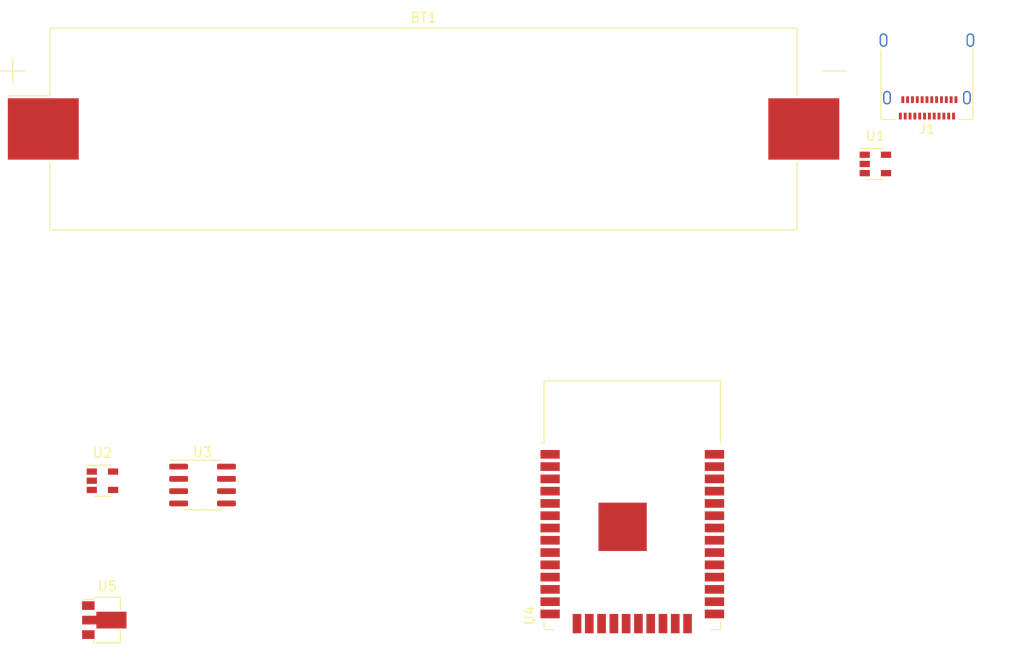
<source format=kicad_pcb>
(kicad_pcb (version 20171130) (host pcbnew 5.1.10-88a1d61d58~90~ubuntu20.04.1)

  (general
    (thickness 1.6)
    (drawings 0)
    (tracks 0)
    (zones 0)
    (modules 7)
    (nets 68)
  )

  (page A4)
  (layers
    (0 F.Cu signal)
    (31 B.Cu signal)
    (32 B.Adhes user)
    (33 F.Adhes user)
    (34 B.Paste user)
    (35 F.Paste user)
    (36 B.SilkS user)
    (37 F.SilkS user)
    (38 B.Mask user)
    (39 F.Mask user)
    (40 Dwgs.User user)
    (41 Cmts.User user)
    (42 Eco1.User user)
    (43 Eco2.User user)
    (44 Edge.Cuts user)
    (45 Margin user)
    (46 B.CrtYd user)
    (47 F.CrtYd user)
    (48 B.Fab user)
    (49 F.Fab user)
  )

  (setup
    (last_trace_width 0.25)
    (trace_clearance 0.2)
    (zone_clearance 0.508)
    (zone_45_only no)
    (trace_min 0.2)
    (via_size 0.8)
    (via_drill 0.4)
    (via_min_size 0.4)
    (via_min_drill 0.3)
    (uvia_size 0.3)
    (uvia_drill 0.1)
    (uvias_allowed no)
    (uvia_min_size 0.2)
    (uvia_min_drill 0.1)
    (edge_width 0.05)
    (segment_width 0.2)
    (pcb_text_width 0.3)
    (pcb_text_size 1.5 1.5)
    (mod_edge_width 0.12)
    (mod_text_size 1 1)
    (mod_text_width 0.15)
    (pad_size 1.524 1.524)
    (pad_drill 0.762)
    (pad_to_mask_clearance 0)
    (aux_axis_origin 0 0)
    (visible_elements FFFFFF7F)
    (pcbplotparams
      (layerselection 0x010fc_ffffffff)
      (usegerberextensions false)
      (usegerberattributes true)
      (usegerberadvancedattributes true)
      (creategerberjobfile true)
      (excludeedgelayer true)
      (linewidth 0.100000)
      (plotframeref false)
      (viasonmask false)
      (mode 1)
      (useauxorigin false)
      (hpglpennumber 1)
      (hpglpenspeed 20)
      (hpglpendiameter 15.000000)
      (psnegative false)
      (psa4output false)
      (plotreference true)
      (plotvalue true)
      (plotinvisibletext false)
      (padsonsilk false)
      (subtractmaskfromsilk false)
      (outputformat 1)
      (mirror false)
      (drillshape 1)
      (scaleselection 1)
      (outputdirectory ""))
  )

  (net 0 "")
  (net 1 "Net-(BT1-Pad2)")
  (net 2 "Net-(BT1-Pad1)")
  (net 3 "Net-(J1-PadA1)")
  (net 4 "Net-(J1-PadA4)")
  (net 5 "Net-(J1-PadB8)")
  (net 6 "Net-(J1-PadB7)")
  (net 7 "Net-(J1-PadB6)")
  (net 8 "Net-(J1-PadB5)")
  (net 9 "Net-(J1-PadS1)")
  (net 10 "Net-(J1-PadA8)")
  (net 11 "Net-(J1-PadA7)")
  (net 12 "Net-(J1-PadA6)")
  (net 13 "Net-(J1-PadA5)")
  (net 14 "Net-(U1-Pad5)")
  (net 15 "Net-(U1-Pad4)")
  (net 16 "Net-(U1-Pad3)")
  (net 17 "Net-(U1-Pad2)")
  (net 18 "Net-(U1-Pad1)")
  (net 19 "Net-(U2-Pad5)")
  (net 20 "Net-(U2-Pad4)")
  (net 21 "Net-(U2-Pad3)")
  (net 22 "Net-(U2-Pad2)")
  (net 23 "Net-(U2-Pad1)")
  (net 24 "Net-(U4-Pad1)")
  (net 25 "Net-(U4-Pad37)")
  (net 26 "Net-(U4-Pad36)")
  (net 27 "Net-(U4-Pad35)")
  (net 28 "Net-(U4-Pad34)")
  (net 29 "Net-(U4-Pad33)")
  (net 30 "Net-(U4-Pad32)")
  (net 31 "Net-(U4-Pad31)")
  (net 32 "Net-(U4-Pad30)")
  (net 33 "Net-(U4-Pad29)")
  (net 34 "Net-(U4-Pad28)")
  (net 35 "Net-(U4-Pad27)")
  (net 36 "Net-(U4-Pad26)")
  (net 37 "Net-(U4-Pad25)")
  (net 38 "Net-(U4-Pad24)")
  (net 39 "Net-(U4-Pad23)")
  (net 40 "Net-(U4-Pad22)")
  (net 41 "Net-(U4-Pad21)")
  (net 42 "Net-(U4-Pad20)")
  (net 43 "Net-(U4-Pad19)")
  (net 44 "Net-(U4-Pad18)")
  (net 45 "Net-(U4-Pad17)")
  (net 46 "Net-(U4-Pad16)")
  (net 47 "Net-(U4-Pad14)")
  (net 48 "Net-(U4-Pad13)")
  (net 49 "Net-(U4-Pad12)")
  (net 50 "Net-(U4-Pad11)")
  (net 51 "Net-(U4-Pad10)")
  (net 52 "Net-(U4-Pad9)")
  (net 53 "Net-(U4-Pad8)")
  (net 54 "Net-(U4-Pad7)")
  (net 55 "Net-(U4-Pad6)")
  (net 56 "Net-(U4-Pad5)")
  (net 57 "Net-(U4-Pad4)")
  (net 58 "Net-(U4-Pad3)")
  (net 59 "Net-(U4-Pad2)")
  (net 60 "Net-(U3-Pad8)")
  (net 61 "Net-(U3-Pad2)")
  (net 62 "Net-(U3-Pad5)")
  (net 63 "Net-(U3-Pad4)")
  (net 64 "Net-(U3-Pad1)")
  (net 65 "Net-(U5-Pad2)")
  (net 66 "Net-(U5-Pad3)")
  (net 67 "Net-(U5-Pad1)")

  (net_class Default "This is the default net class."
    (clearance 0.2)
    (trace_width 0.25)
    (via_dia 0.8)
    (via_drill 0.4)
    (uvia_dia 0.3)
    (uvia_drill 0.1)
    (add_net "Net-(BT1-Pad1)")
    (add_net "Net-(BT1-Pad2)")
    (add_net "Net-(J1-PadA1)")
    (add_net "Net-(J1-PadA4)")
    (add_net "Net-(J1-PadA5)")
    (add_net "Net-(J1-PadA6)")
    (add_net "Net-(J1-PadA7)")
    (add_net "Net-(J1-PadA8)")
    (add_net "Net-(J1-PadB5)")
    (add_net "Net-(J1-PadB6)")
    (add_net "Net-(J1-PadB7)")
    (add_net "Net-(J1-PadB8)")
    (add_net "Net-(J1-PadS1)")
    (add_net "Net-(U1-Pad1)")
    (add_net "Net-(U1-Pad2)")
    (add_net "Net-(U1-Pad3)")
    (add_net "Net-(U1-Pad4)")
    (add_net "Net-(U1-Pad5)")
    (add_net "Net-(U2-Pad1)")
    (add_net "Net-(U2-Pad2)")
    (add_net "Net-(U2-Pad3)")
    (add_net "Net-(U2-Pad4)")
    (add_net "Net-(U2-Pad5)")
    (add_net "Net-(U3-Pad1)")
    (add_net "Net-(U3-Pad2)")
    (add_net "Net-(U3-Pad4)")
    (add_net "Net-(U3-Pad5)")
    (add_net "Net-(U3-Pad8)")
    (add_net "Net-(U4-Pad1)")
    (add_net "Net-(U4-Pad10)")
    (add_net "Net-(U4-Pad11)")
    (add_net "Net-(U4-Pad12)")
    (add_net "Net-(U4-Pad13)")
    (add_net "Net-(U4-Pad14)")
    (add_net "Net-(U4-Pad16)")
    (add_net "Net-(U4-Pad17)")
    (add_net "Net-(U4-Pad18)")
    (add_net "Net-(U4-Pad19)")
    (add_net "Net-(U4-Pad2)")
    (add_net "Net-(U4-Pad20)")
    (add_net "Net-(U4-Pad21)")
    (add_net "Net-(U4-Pad22)")
    (add_net "Net-(U4-Pad23)")
    (add_net "Net-(U4-Pad24)")
    (add_net "Net-(U4-Pad25)")
    (add_net "Net-(U4-Pad26)")
    (add_net "Net-(U4-Pad27)")
    (add_net "Net-(U4-Pad28)")
    (add_net "Net-(U4-Pad29)")
    (add_net "Net-(U4-Pad3)")
    (add_net "Net-(U4-Pad30)")
    (add_net "Net-(U4-Pad31)")
    (add_net "Net-(U4-Pad32)")
    (add_net "Net-(U4-Pad33)")
    (add_net "Net-(U4-Pad34)")
    (add_net "Net-(U4-Pad35)")
    (add_net "Net-(U4-Pad36)")
    (add_net "Net-(U4-Pad37)")
    (add_net "Net-(U4-Pad4)")
    (add_net "Net-(U4-Pad5)")
    (add_net "Net-(U4-Pad6)")
    (add_net "Net-(U4-Pad7)")
    (add_net "Net-(U4-Pad8)")
    (add_net "Net-(U4-Pad9)")
    (add_net "Net-(U5-Pad1)")
    (add_net "Net-(U5-Pad2)")
    (add_net "Net-(U5-Pad3)")
  )

  (module Package_TO_SOT_SMD:SOT-89-3 (layer F.Cu) (tedit 5C33D6E8) (tstamp 60ED79FD)
    (at 128.27 168.91)
    (descr "SOT-89-3, http://ww1.microchip.com/downloads/en/DeviceDoc/3L_SOT-89_MB_C04-029C.pdf")
    (tags SOT-89-3)
    (path /60ED8803)
    (attr smd)
    (fp_text reference U5 (at 0.3 -3.5) (layer F.SilkS)
      (effects (font (size 1 1) (thickness 0.15)))
    )
    (fp_text value L78L05_SOT89 (at 0.3 3.5) (layer F.Fab)
      (effects (font (size 1 1) (thickness 0.15)))
    )
    (fp_text user %R (at 0.5 0 90) (layer F.Fab)
      (effects (font (size 1 1) (thickness 0.15)))
    )
    (fp_line (start 1.66 1.05) (end 1.66 2.36) (layer F.SilkS) (width 0.12))
    (fp_line (start 1.66 2.36) (end -1.06 2.36) (layer F.SilkS) (width 0.12))
    (fp_line (start -2.2 -2.13) (end -1.06 -2.13) (layer F.SilkS) (width 0.12))
    (fp_line (start 1.66 -2.36) (end 1.66 -1.05) (layer F.SilkS) (width 0.12))
    (fp_line (start -0.95 -1.25) (end 0.05 -2.25) (layer F.Fab) (width 0.1))
    (fp_line (start 1.55 -2.25) (end 1.55 2.25) (layer F.Fab) (width 0.1))
    (fp_line (start 1.55 2.25) (end -0.95 2.25) (layer F.Fab) (width 0.1))
    (fp_line (start -0.95 2.25) (end -0.95 -1.25) (layer F.Fab) (width 0.1))
    (fp_line (start 0.05 -2.25) (end 1.55 -2.25) (layer F.Fab) (width 0.1))
    (fp_line (start 2.55 -2.5) (end 2.55 2.5) (layer F.CrtYd) (width 0.05))
    (fp_line (start 2.55 -2.5) (end -2.55 -2.5) (layer F.CrtYd) (width 0.05))
    (fp_line (start -2.55 2.5) (end 2.55 2.5) (layer F.CrtYd) (width 0.05))
    (fp_line (start -2.55 2.5) (end -2.55 -2.5) (layer F.CrtYd) (width 0.05))
    (fp_line (start -1.06 -2.36) (end 1.66 -2.36) (layer F.SilkS) (width 0.12))
    (fp_line (start -1.06 -2.36) (end -1.06 -2.13) (layer F.SilkS) (width 0.12))
    (fp_line (start -1.06 2.36) (end -1.06 2.13) (layer F.SilkS) (width 0.12))
    (pad 2 smd custom (at -1.5625 0) (size 1.475 0.9) (layers F.Cu F.Paste F.Mask)
      (net 65 "Net-(U5-Pad2)") (zone_connect 2)
      (options (clearance outline) (anchor rect))
      (primitives
        (gr_poly (pts
           (xy 0.7375 -0.8665) (xy 3.8625 -0.8665) (xy 3.8625 0.8665) (xy 0.7375 0.8665)) (width 0))
      ))
    (pad 3 smd rect (at -1.65 1.5) (size 1.3 0.9) (layers F.Cu F.Paste F.Mask)
      (net 66 "Net-(U5-Pad3)"))
    (pad 1 smd rect (at -1.65 -1.5) (size 1.3 0.9) (layers F.Cu F.Paste F.Mask)
      (net 67 "Net-(U5-Pad1)"))
    (model ${KISYS3DMOD}/Package_TO_SOT_SMD.3dshapes/SOT-89-3.wrl
      (at (xyz 0 0 0))
      (scale (xyz 1 1 1))
      (rotate (xyz 0 0 0))
    )
  )

  (module Package_SO:SOIC-8_3.9x4.9mm_P1.27mm (layer F.Cu) (tedit 5D9F72B1) (tstamp 60ED7398)
    (at 138.43 154.94)
    (descr "SOIC, 8 Pin (JEDEC MS-012AA, https://www.analog.com/media/en/package-pcb-resources/package/pkg_pdf/soic_narrow-r/r_8.pdf), generated with kicad-footprint-generator ipc_gullwing_generator.py")
    (tags "SOIC SO")
    (path /60ED6AA2)
    (attr smd)
    (fp_text reference U3 (at 0 -3.4) (layer F.SilkS)
      (effects (font (size 1 1) (thickness 0.15)))
    )
    (fp_text value L78L05_SO8 (at 0 3.4) (layer F.Fab)
      (effects (font (size 1 1) (thickness 0.15)))
    )
    (fp_text user %R (at 0 0) (layer F.Fab)
      (effects (font (size 0.98 0.98) (thickness 0.15)))
    )
    (fp_line (start 0 2.56) (end 1.95 2.56) (layer F.SilkS) (width 0.12))
    (fp_line (start 0 2.56) (end -1.95 2.56) (layer F.SilkS) (width 0.12))
    (fp_line (start 0 -2.56) (end 1.95 -2.56) (layer F.SilkS) (width 0.12))
    (fp_line (start 0 -2.56) (end -3.45 -2.56) (layer F.SilkS) (width 0.12))
    (fp_line (start -0.975 -2.45) (end 1.95 -2.45) (layer F.Fab) (width 0.1))
    (fp_line (start 1.95 -2.45) (end 1.95 2.45) (layer F.Fab) (width 0.1))
    (fp_line (start 1.95 2.45) (end -1.95 2.45) (layer F.Fab) (width 0.1))
    (fp_line (start -1.95 2.45) (end -1.95 -1.475) (layer F.Fab) (width 0.1))
    (fp_line (start -1.95 -1.475) (end -0.975 -2.45) (layer F.Fab) (width 0.1))
    (fp_line (start -3.7 -2.7) (end -3.7 2.7) (layer F.CrtYd) (width 0.05))
    (fp_line (start -3.7 2.7) (end 3.7 2.7) (layer F.CrtYd) (width 0.05))
    (fp_line (start 3.7 2.7) (end 3.7 -2.7) (layer F.CrtYd) (width 0.05))
    (fp_line (start 3.7 -2.7) (end -3.7 -2.7) (layer F.CrtYd) (width 0.05))
    (pad 8 smd roundrect (at 2.475 -1.905) (size 1.95 0.6) (layers F.Cu F.Paste F.Mask) (roundrect_rratio 0.25)
      (net 60 "Net-(U3-Pad8)"))
    (pad 7 smd roundrect (at 2.475 -0.635) (size 1.95 0.6) (layers F.Cu F.Paste F.Mask) (roundrect_rratio 0.25)
      (net 61 "Net-(U3-Pad2)"))
    (pad 6 smd roundrect (at 2.475 0.635) (size 1.95 0.6) (layers F.Cu F.Paste F.Mask) (roundrect_rratio 0.25)
      (net 61 "Net-(U3-Pad2)"))
    (pad 5 smd roundrect (at 2.475 1.905) (size 1.95 0.6) (layers F.Cu F.Paste F.Mask) (roundrect_rratio 0.25)
      (net 62 "Net-(U3-Pad5)"))
    (pad 4 smd roundrect (at -2.475 1.905) (size 1.95 0.6) (layers F.Cu F.Paste F.Mask) (roundrect_rratio 0.25)
      (net 63 "Net-(U3-Pad4)"))
    (pad 3 smd roundrect (at -2.475 0.635) (size 1.95 0.6) (layers F.Cu F.Paste F.Mask) (roundrect_rratio 0.25)
      (net 61 "Net-(U3-Pad2)"))
    (pad 2 smd roundrect (at -2.475 -0.635) (size 1.95 0.6) (layers F.Cu F.Paste F.Mask) (roundrect_rratio 0.25)
      (net 61 "Net-(U3-Pad2)"))
    (pad 1 smd roundrect (at -2.475 -1.905) (size 1.95 0.6) (layers F.Cu F.Paste F.Mask) (roundrect_rratio 0.25)
      (net 64 "Net-(U3-Pad1)"))
    (model ${KISYS3DMOD}/Package_SO.3dshapes/SOIC-8_3.9x4.9mm_P1.27mm.wrl
      (at (xyz 0 0 0))
      (scale (xyz 1 1 1))
      (rotate (xyz 0 0 0))
    )
  )

  (module RF_Module:ESP32-WROOM-32 (layer F.Cu) (tedit 5B5B4654) (tstamp 60ED5DDE)
    (at 182.88 160.02)
    (descr "Single 2.4 GHz Wi-Fi and Bluetooth combo chip https://www.espressif.com/sites/default/files/documentation/esp32-wroom-32_datasheet_en.pdf")
    (tags "Single 2.4 GHz Wi-Fi and Bluetooth combo  chip")
    (path /60ED08A3)
    (attr smd)
    (fp_text reference U4 (at -10.61 8.43 90) (layer F.SilkS)
      (effects (font (size 1 1) (thickness 0.15)))
    )
    (fp_text value ESP32-WROOM-32 (at 0 11.5) (layer F.Fab)
      (effects (font (size 1 1) (thickness 0.15)))
    )
    (fp_text user "5 mm" (at 7.8 -19.075 90) (layer Cmts.User)
      (effects (font (size 0.5 0.5) (thickness 0.1)))
    )
    (fp_text user "5 mm" (at -11.2 -14.375) (layer Cmts.User)
      (effects (font (size 0.5 0.5) (thickness 0.1)))
    )
    (fp_text user "5 mm" (at 11.8 -14.375) (layer Cmts.User)
      (effects (font (size 0.5 0.5) (thickness 0.1)))
    )
    (fp_text user Antenna (at 0 -13) (layer Cmts.User)
      (effects (font (size 1 1) (thickness 0.15)))
    )
    (fp_text user "KEEP-OUT ZONE" (at 0 -19) (layer Cmts.User)
      (effects (font (size 1 1) (thickness 0.15)))
    )
    (fp_text user %R (at 0 0) (layer F.Fab)
      (effects (font (size 1 1) (thickness 0.15)))
    )
    (fp_line (start -14 -9.97) (end -14 -20.75) (layer Dwgs.User) (width 0.1))
    (fp_line (start 9 9.76) (end 9 -15.745) (layer F.Fab) (width 0.1))
    (fp_line (start -9 9.76) (end 9 9.76) (layer F.Fab) (width 0.1))
    (fp_line (start -9 -15.745) (end -9 -10.02) (layer F.Fab) (width 0.1))
    (fp_line (start -9 -15.745) (end 9 -15.745) (layer F.Fab) (width 0.1))
    (fp_line (start -9.75 10.5) (end -9.75 -9.72) (layer F.CrtYd) (width 0.05))
    (fp_line (start -9.75 10.5) (end 9.75 10.5) (layer F.CrtYd) (width 0.05))
    (fp_line (start 9.75 -9.72) (end 9.75 10.5) (layer F.CrtYd) (width 0.05))
    (fp_line (start -14.25 -21) (end 14.25 -21) (layer F.CrtYd) (width 0.05))
    (fp_line (start -9 -9.02) (end -9 9.76) (layer F.Fab) (width 0.1))
    (fp_line (start -8.5 -9.52) (end -9 -10.02) (layer F.Fab) (width 0.1))
    (fp_line (start -9 -9.02) (end -8.5 -9.52) (layer F.Fab) (width 0.1))
    (fp_line (start 14 -9.97) (end -14 -9.97) (layer Dwgs.User) (width 0.1))
    (fp_line (start 14 -9.97) (end 14 -20.75) (layer Dwgs.User) (width 0.1))
    (fp_line (start 14 -20.75) (end -14 -20.75) (layer Dwgs.User) (width 0.1))
    (fp_line (start -14.25 -21) (end -14.25 -9.72) (layer F.CrtYd) (width 0.05))
    (fp_line (start 14.25 -21) (end 14.25 -9.72) (layer F.CrtYd) (width 0.05))
    (fp_line (start -14.25 -9.72) (end -9.75 -9.72) (layer F.CrtYd) (width 0.05))
    (fp_line (start 9.75 -9.72) (end 14.25 -9.72) (layer F.CrtYd) (width 0.05))
    (fp_line (start -12.525 -20.75) (end -14 -19.66) (layer Dwgs.User) (width 0.1))
    (fp_line (start -10.525 -20.75) (end -14 -18.045) (layer Dwgs.User) (width 0.1))
    (fp_line (start -8.525 -20.75) (end -14 -16.43) (layer Dwgs.User) (width 0.1))
    (fp_line (start -6.525 -20.75) (end -14 -14.815) (layer Dwgs.User) (width 0.1))
    (fp_line (start -4.525 -20.75) (end -14 -13.2) (layer Dwgs.User) (width 0.1))
    (fp_line (start -2.525 -20.75) (end -14 -11.585) (layer Dwgs.User) (width 0.1))
    (fp_line (start -0.525 -20.75) (end -14 -9.97) (layer Dwgs.User) (width 0.1))
    (fp_line (start 1.475 -20.75) (end -12 -9.97) (layer Dwgs.User) (width 0.1))
    (fp_line (start 3.475 -20.75) (end -10 -9.97) (layer Dwgs.User) (width 0.1))
    (fp_line (start -8 -9.97) (end 5.475 -20.75) (layer Dwgs.User) (width 0.1))
    (fp_line (start 7.475 -20.75) (end -6 -9.97) (layer Dwgs.User) (width 0.1))
    (fp_line (start 9.475 -20.75) (end -4 -9.97) (layer Dwgs.User) (width 0.1))
    (fp_line (start 11.475 -20.75) (end -2 -9.97) (layer Dwgs.User) (width 0.1))
    (fp_line (start 13.475 -20.75) (end 0 -9.97) (layer Dwgs.User) (width 0.1))
    (fp_line (start 14 -19.66) (end 2 -9.97) (layer Dwgs.User) (width 0.1))
    (fp_line (start 14 -18.045) (end 4 -9.97) (layer Dwgs.User) (width 0.1))
    (fp_line (start 14 -16.43) (end 6 -9.97) (layer Dwgs.User) (width 0.1))
    (fp_line (start 14 -14.815) (end 8 -9.97) (layer Dwgs.User) (width 0.1))
    (fp_line (start 14 -13.2) (end 10 -9.97) (layer Dwgs.User) (width 0.1))
    (fp_line (start 14 -11.585) (end 12 -9.97) (layer Dwgs.User) (width 0.1))
    (fp_line (start 9.2 -13.875) (end 13.8 -13.875) (layer Cmts.User) (width 0.1))
    (fp_line (start 13.8 -13.875) (end 13.6 -14.075) (layer Cmts.User) (width 0.1))
    (fp_line (start 13.8 -13.875) (end 13.6 -13.675) (layer Cmts.User) (width 0.1))
    (fp_line (start 9.2 -13.875) (end 9.4 -14.075) (layer Cmts.User) (width 0.1))
    (fp_line (start 9.2 -13.875) (end 9.4 -13.675) (layer Cmts.User) (width 0.1))
    (fp_line (start -13.8 -13.875) (end -13.6 -14.075) (layer Cmts.User) (width 0.1))
    (fp_line (start -13.8 -13.875) (end -13.6 -13.675) (layer Cmts.User) (width 0.1))
    (fp_line (start -9.2 -13.875) (end -9.4 -13.675) (layer Cmts.User) (width 0.1))
    (fp_line (start -13.8 -13.875) (end -9.2 -13.875) (layer Cmts.User) (width 0.1))
    (fp_line (start -9.2 -13.875) (end -9.4 -14.075) (layer Cmts.User) (width 0.1))
    (fp_line (start 8.4 -16) (end 8.2 -16.2) (layer Cmts.User) (width 0.1))
    (fp_line (start 8.4 -16) (end 8.6 -16.2) (layer Cmts.User) (width 0.1))
    (fp_line (start 8.4 -20.6) (end 8.6 -20.4) (layer Cmts.User) (width 0.1))
    (fp_line (start 8.4 -16) (end 8.4 -20.6) (layer Cmts.User) (width 0.1))
    (fp_line (start 8.4 -20.6) (end 8.2 -20.4) (layer Cmts.User) (width 0.1))
    (fp_line (start -9.12 9.1) (end -9.12 9.88) (layer F.SilkS) (width 0.12))
    (fp_line (start -9.12 9.88) (end -8.12 9.88) (layer F.SilkS) (width 0.12))
    (fp_line (start 9.12 9.1) (end 9.12 9.88) (layer F.SilkS) (width 0.12))
    (fp_line (start 9.12 9.88) (end 8.12 9.88) (layer F.SilkS) (width 0.12))
    (fp_line (start -9.12 -15.865) (end 9.12 -15.865) (layer F.SilkS) (width 0.12))
    (fp_line (start 9.12 -15.865) (end 9.12 -9.445) (layer F.SilkS) (width 0.12))
    (fp_line (start -9.12 -15.865) (end -9.12 -9.445) (layer F.SilkS) (width 0.12))
    (fp_line (start -9.12 -9.445) (end -9.5 -9.445) (layer F.SilkS) (width 0.12))
    (pad 38 smd rect (at 8.5 -8.255) (size 2 0.9) (layers F.Cu F.Paste F.Mask)
      (net 24 "Net-(U4-Pad1)"))
    (pad 37 smd rect (at 8.5 -6.985) (size 2 0.9) (layers F.Cu F.Paste F.Mask)
      (net 25 "Net-(U4-Pad37)"))
    (pad 36 smd rect (at 8.5 -5.715) (size 2 0.9) (layers F.Cu F.Paste F.Mask)
      (net 26 "Net-(U4-Pad36)"))
    (pad 35 smd rect (at 8.5 -4.445) (size 2 0.9) (layers F.Cu F.Paste F.Mask)
      (net 27 "Net-(U4-Pad35)"))
    (pad 34 smd rect (at 8.5 -3.175) (size 2 0.9) (layers F.Cu F.Paste F.Mask)
      (net 28 "Net-(U4-Pad34)"))
    (pad 33 smd rect (at 8.5 -1.905) (size 2 0.9) (layers F.Cu F.Paste F.Mask)
      (net 29 "Net-(U4-Pad33)"))
    (pad 32 smd rect (at 8.5 -0.635) (size 2 0.9) (layers F.Cu F.Paste F.Mask)
      (net 30 "Net-(U4-Pad32)"))
    (pad 31 smd rect (at 8.5 0.635) (size 2 0.9) (layers F.Cu F.Paste F.Mask)
      (net 31 "Net-(U4-Pad31)"))
    (pad 30 smd rect (at 8.5 1.905) (size 2 0.9) (layers F.Cu F.Paste F.Mask)
      (net 32 "Net-(U4-Pad30)"))
    (pad 29 smd rect (at 8.5 3.175) (size 2 0.9) (layers F.Cu F.Paste F.Mask)
      (net 33 "Net-(U4-Pad29)"))
    (pad 28 smd rect (at 8.5 4.445) (size 2 0.9) (layers F.Cu F.Paste F.Mask)
      (net 34 "Net-(U4-Pad28)"))
    (pad 27 smd rect (at 8.5 5.715) (size 2 0.9) (layers F.Cu F.Paste F.Mask)
      (net 35 "Net-(U4-Pad27)"))
    (pad 26 smd rect (at 8.5 6.985) (size 2 0.9) (layers F.Cu F.Paste F.Mask)
      (net 36 "Net-(U4-Pad26)"))
    (pad 25 smd rect (at 8.5 8.255) (size 2 0.9) (layers F.Cu F.Paste F.Mask)
      (net 37 "Net-(U4-Pad25)"))
    (pad 24 smd rect (at 5.715 9.255 90) (size 2 0.9) (layers F.Cu F.Paste F.Mask)
      (net 38 "Net-(U4-Pad24)"))
    (pad 23 smd rect (at 4.445 9.255 90) (size 2 0.9) (layers F.Cu F.Paste F.Mask)
      (net 39 "Net-(U4-Pad23)"))
    (pad 22 smd rect (at 3.175 9.255 90) (size 2 0.9) (layers F.Cu F.Paste F.Mask)
      (net 40 "Net-(U4-Pad22)"))
    (pad 21 smd rect (at 1.905 9.255 90) (size 2 0.9) (layers F.Cu F.Paste F.Mask)
      (net 41 "Net-(U4-Pad21)"))
    (pad 20 smd rect (at 0.635 9.255 90) (size 2 0.9) (layers F.Cu F.Paste F.Mask)
      (net 42 "Net-(U4-Pad20)"))
    (pad 19 smd rect (at -0.635 9.255 90) (size 2 0.9) (layers F.Cu F.Paste F.Mask)
      (net 43 "Net-(U4-Pad19)"))
    (pad 18 smd rect (at -1.905 9.255 90) (size 2 0.9) (layers F.Cu F.Paste F.Mask)
      (net 44 "Net-(U4-Pad18)"))
    (pad 17 smd rect (at -3.175 9.255 90) (size 2 0.9) (layers F.Cu F.Paste F.Mask)
      (net 45 "Net-(U4-Pad17)"))
    (pad 16 smd rect (at -4.445 9.255 90) (size 2 0.9) (layers F.Cu F.Paste F.Mask)
      (net 46 "Net-(U4-Pad16)"))
    (pad 15 smd rect (at -5.715 9.255 90) (size 2 0.9) (layers F.Cu F.Paste F.Mask)
      (net 24 "Net-(U4-Pad1)"))
    (pad 14 smd rect (at -8.5 8.255) (size 2 0.9) (layers F.Cu F.Paste F.Mask)
      (net 47 "Net-(U4-Pad14)"))
    (pad 13 smd rect (at -8.5 6.985) (size 2 0.9) (layers F.Cu F.Paste F.Mask)
      (net 48 "Net-(U4-Pad13)"))
    (pad 12 smd rect (at -8.5 5.715) (size 2 0.9) (layers F.Cu F.Paste F.Mask)
      (net 49 "Net-(U4-Pad12)"))
    (pad 11 smd rect (at -8.5 4.445) (size 2 0.9) (layers F.Cu F.Paste F.Mask)
      (net 50 "Net-(U4-Pad11)"))
    (pad 10 smd rect (at -8.5 3.175) (size 2 0.9) (layers F.Cu F.Paste F.Mask)
      (net 51 "Net-(U4-Pad10)"))
    (pad 9 smd rect (at -8.5 1.905) (size 2 0.9) (layers F.Cu F.Paste F.Mask)
      (net 52 "Net-(U4-Pad9)"))
    (pad 8 smd rect (at -8.5 0.635) (size 2 0.9) (layers F.Cu F.Paste F.Mask)
      (net 53 "Net-(U4-Pad8)"))
    (pad 7 smd rect (at -8.5 -0.635) (size 2 0.9) (layers F.Cu F.Paste F.Mask)
      (net 54 "Net-(U4-Pad7)"))
    (pad 6 smd rect (at -8.5 -1.905) (size 2 0.9) (layers F.Cu F.Paste F.Mask)
      (net 55 "Net-(U4-Pad6)"))
    (pad 5 smd rect (at -8.5 -3.175) (size 2 0.9) (layers F.Cu F.Paste F.Mask)
      (net 56 "Net-(U4-Pad5)"))
    (pad 4 smd rect (at -8.5 -4.445) (size 2 0.9) (layers F.Cu F.Paste F.Mask)
      (net 57 "Net-(U4-Pad4)"))
    (pad 3 smd rect (at -8.5 -5.715) (size 2 0.9) (layers F.Cu F.Paste F.Mask)
      (net 58 "Net-(U4-Pad3)"))
    (pad 2 smd rect (at -8.5 -6.985) (size 2 0.9) (layers F.Cu F.Paste F.Mask)
      (net 59 "Net-(U4-Pad2)"))
    (pad 1 smd rect (at -8.5 -8.255) (size 2 0.9) (layers F.Cu F.Paste F.Mask)
      (net 24 "Net-(U4-Pad1)"))
    (pad 39 smd rect (at -1 -0.755) (size 5 5) (layers F.Cu F.Paste F.Mask)
      (net 24 "Net-(U4-Pad1)"))
    (model ${KISYS3DMOD}/RF_Module.3dshapes/ESP32-WROOM-32.wrl
      (at (xyz 0 0 0))
      (scale (xyz 1 1 1))
      (rotate (xyz 0 0 0))
    )
  )

  (module Package_TO_SOT_SMD:SOT-23-5 (layer F.Cu) (tedit 5A02FF57) (tstamp 60ED0537)
    (at 128.075 154.5)
    (descr "5-pin SOT23 package")
    (tags SOT-23-5)
    (path /60EDE074)
    (attr smd)
    (fp_text reference U2 (at 0 -2.9) (layer F.SilkS)
      (effects (font (size 1 1) (thickness 0.15)))
    )
    (fp_text value AP2112K-3.3 (at 0 2.9) (layer F.Fab)
      (effects (font (size 1 1) (thickness 0.15)))
    )
    (fp_line (start 0.9 -1.55) (end 0.9 1.55) (layer F.Fab) (width 0.1))
    (fp_line (start 0.9 1.55) (end -0.9 1.55) (layer F.Fab) (width 0.1))
    (fp_line (start -0.9 -0.9) (end -0.9 1.55) (layer F.Fab) (width 0.1))
    (fp_line (start 0.9 -1.55) (end -0.25 -1.55) (layer F.Fab) (width 0.1))
    (fp_line (start -0.9 -0.9) (end -0.25 -1.55) (layer F.Fab) (width 0.1))
    (fp_line (start -1.9 1.8) (end -1.9 -1.8) (layer F.CrtYd) (width 0.05))
    (fp_line (start 1.9 1.8) (end -1.9 1.8) (layer F.CrtYd) (width 0.05))
    (fp_line (start 1.9 -1.8) (end 1.9 1.8) (layer F.CrtYd) (width 0.05))
    (fp_line (start -1.9 -1.8) (end 1.9 -1.8) (layer F.CrtYd) (width 0.05))
    (fp_line (start 0.9 -1.61) (end -1.55 -1.61) (layer F.SilkS) (width 0.12))
    (fp_line (start -0.9 1.61) (end 0.9 1.61) (layer F.SilkS) (width 0.12))
    (fp_text user %R (at 0 0 90) (layer F.Fab)
      (effects (font (size 0.5 0.5) (thickness 0.075)))
    )
    (pad 5 smd rect (at 1.1 -0.95) (size 1.06 0.65) (layers F.Cu F.Paste F.Mask)
      (net 19 "Net-(U2-Pad5)"))
    (pad 4 smd rect (at 1.1 0.95) (size 1.06 0.65) (layers F.Cu F.Paste F.Mask)
      (net 20 "Net-(U2-Pad4)"))
    (pad 3 smd rect (at -1.1 0.95) (size 1.06 0.65) (layers F.Cu F.Paste F.Mask)
      (net 21 "Net-(U2-Pad3)"))
    (pad 2 smd rect (at -1.1 0) (size 1.06 0.65) (layers F.Cu F.Paste F.Mask)
      (net 22 "Net-(U2-Pad2)"))
    (pad 1 smd rect (at -1.1 -0.95) (size 1.06 0.65) (layers F.Cu F.Paste F.Mask)
      (net 23 "Net-(U2-Pad1)"))
    (model ${KISYS3DMOD}/Package_TO_SOT_SMD.3dshapes/SOT-23-5.wrl
      (at (xyz 0 0 0))
      (scale (xyz 1 1 1))
      (rotate (xyz 0 0 0))
    )
  )

  (module Package_TO_SOT_SMD:SOT-23-5 (layer F.Cu) (tedit 5A02FF57) (tstamp 60ED0522)
    (at 208.025 121.73)
    (descr "5-pin SOT23 package")
    (tags SOT-23-5)
    (path /60EDF407)
    (attr smd)
    (fp_text reference U1 (at 0 -2.9) (layer F.SilkS)
      (effects (font (size 1 1) (thickness 0.15)))
    )
    (fp_text value MCP73831-2-OT (at 0 2.9) (layer F.Fab)
      (effects (font (size 1 1) (thickness 0.15)))
    )
    (fp_line (start 0.9 -1.55) (end 0.9 1.55) (layer F.Fab) (width 0.1))
    (fp_line (start 0.9 1.55) (end -0.9 1.55) (layer F.Fab) (width 0.1))
    (fp_line (start -0.9 -0.9) (end -0.9 1.55) (layer F.Fab) (width 0.1))
    (fp_line (start 0.9 -1.55) (end -0.25 -1.55) (layer F.Fab) (width 0.1))
    (fp_line (start -0.9 -0.9) (end -0.25 -1.55) (layer F.Fab) (width 0.1))
    (fp_line (start -1.9 1.8) (end -1.9 -1.8) (layer F.CrtYd) (width 0.05))
    (fp_line (start 1.9 1.8) (end -1.9 1.8) (layer F.CrtYd) (width 0.05))
    (fp_line (start 1.9 -1.8) (end 1.9 1.8) (layer F.CrtYd) (width 0.05))
    (fp_line (start -1.9 -1.8) (end 1.9 -1.8) (layer F.CrtYd) (width 0.05))
    (fp_line (start 0.9 -1.61) (end -1.55 -1.61) (layer F.SilkS) (width 0.12))
    (fp_line (start -0.9 1.61) (end 0.9 1.61) (layer F.SilkS) (width 0.12))
    (fp_text user %R (at 0 0 90) (layer F.Fab)
      (effects (font (size 0.5 0.5) (thickness 0.075)))
    )
    (pad 5 smd rect (at 1.1 -0.95) (size 1.06 0.65) (layers F.Cu F.Paste F.Mask)
      (net 14 "Net-(U1-Pad5)"))
    (pad 4 smd rect (at 1.1 0.95) (size 1.06 0.65) (layers F.Cu F.Paste F.Mask)
      (net 15 "Net-(U1-Pad4)"))
    (pad 3 smd rect (at -1.1 0.95) (size 1.06 0.65) (layers F.Cu F.Paste F.Mask)
      (net 16 "Net-(U1-Pad3)"))
    (pad 2 smd rect (at -1.1 0) (size 1.06 0.65) (layers F.Cu F.Paste F.Mask)
      (net 17 "Net-(U1-Pad2)"))
    (pad 1 smd rect (at -1.1 -0.95) (size 1.06 0.65) (layers F.Cu F.Paste F.Mask)
      (net 18 "Net-(U1-Pad1)"))
    (model ${KISYS3DMOD}/Package_TO_SOT_SMD.3dshapes/SOT-23-5.wrl
      (at (xyz 0 0 0))
      (scale (xyz 1 1 1))
      (rotate (xyz 0 0 0))
    )
  )

  (module Connector_USB:USB_C_Receptacle_Amphenol_12401610E4-2A (layer F.Cu) (tedit 5A142044) (tstamp 60ED050D)
    (at 213.36 111.76 180)
    (descr "USB TYPE C, RA RCPT PCB, SMT, https://www.amphenolcanada.com/StockAvailabilityPrice.aspx?From=&PartNum=12401610E4%7e2A")
    (tags "USB C Type-C Receptacle SMD")
    (path /60ED04C4)
    (attr smd)
    (fp_text reference J1 (at 0 -6.36) (layer F.SilkS)
      (effects (font (size 1 1) (thickness 0.15)))
    )
    (fp_text value USB_C_Receptacle_USB2.0 (at 0 6.14) (layer F.Fab)
      (effects (font (size 1 1) (thickness 0.15)))
    )
    (fp_line (start -4.6 5.23) (end -4.6 -5.22) (layer F.Fab) (width 0.1))
    (fp_line (start -4.6 -5.22) (end 4.6 -5.22) (layer F.Fab) (width 0.1))
    (fp_line (start -4.75 -5.37) (end -3.25 -5.37) (layer F.SilkS) (width 0.12))
    (fp_line (start -4.75 -5.37) (end -4.75 1.89) (layer F.SilkS) (width 0.12))
    (fp_line (start 4.75 -5.37) (end 4.75 1.89) (layer F.SilkS) (width 0.12))
    (fp_line (start 3.25 -5.37) (end 4.75 -5.37) (layer F.SilkS) (width 0.12))
    (fp_line (start -4.6 5.23) (end 4.6 5.23) (layer F.Fab) (width 0.1))
    (fp_line (start 4.6 5.23) (end 4.6 -5.22) (layer F.Fab) (width 0.1))
    (fp_line (start -5.39 -5.87) (end 5.39 -5.87) (layer F.CrtYd) (width 0.05))
    (fp_line (start 5.39 -5.87) (end 5.39 5.73) (layer F.CrtYd) (width 0.05))
    (fp_line (start 5.39 5.73) (end -5.39 5.73) (layer F.CrtYd) (width 0.05))
    (fp_line (start -5.39 5.73) (end -5.39 -5.87) (layer F.CrtYd) (width 0.05))
    (fp_text user %R (at 0 0) (layer F.Fab)
      (effects (font (size 1 1) (thickness 0.1)))
    )
    (pad B12 smd rect (at -3 -3.32 180) (size 0.3 0.7) (layers F.Cu F.Paste F.Mask)
      (net 3 "Net-(J1-PadA1)"))
    (pad B11 smd rect (at -2.5 -3.32 180) (size 0.3 0.7) (layers F.Cu F.Paste F.Mask))
    (pad B10 smd rect (at -2 -3.32 180) (size 0.3 0.7) (layers F.Cu F.Paste F.Mask))
    (pad B9 smd rect (at -1.5 -3.32 180) (size 0.3 0.7) (layers F.Cu F.Paste F.Mask)
      (net 4 "Net-(J1-PadA4)"))
    (pad B8 smd rect (at -1 -3.32 180) (size 0.3 0.7) (layers F.Cu F.Paste F.Mask)
      (net 5 "Net-(J1-PadB8)"))
    (pad B7 smd rect (at -0.5 -3.32 180) (size 0.3 0.7) (layers F.Cu F.Paste F.Mask)
      (net 6 "Net-(J1-PadB7)"))
    (pad B6 smd rect (at 0 -3.32 180) (size 0.3 0.7) (layers F.Cu F.Paste F.Mask)
      (net 7 "Net-(J1-PadB6)"))
    (pad B5 smd rect (at 0.5 -3.32 180) (size 0.3 0.7) (layers F.Cu F.Paste F.Mask)
      (net 8 "Net-(J1-PadB5)"))
    (pad B4 smd rect (at 1 -3.32 180) (size 0.3 0.7) (layers F.Cu F.Paste F.Mask)
      (net 4 "Net-(J1-PadA4)"))
    (pad B3 smd rect (at 1.5 -3.32 180) (size 0.3 0.7) (layers F.Cu F.Paste F.Mask))
    (pad B2 smd rect (at 2 -3.32 180) (size 0.3 0.7) (layers F.Cu F.Paste F.Mask))
    (pad "" np_thru_hole circle (at -3.6 -4.36 180) (size 0.65 0.65) (drill 0.65) (layers *.Cu *.Mask))
    (pad "" np_thru_hole oval (at 3.6 -4.36 180) (size 0.95 0.65) (drill oval 0.95 0.65) (layers *.Cu *.Mask))
    (pad S1 thru_hole oval (at -4.49 2.84 180) (size 0.8 1.4) (drill oval 0.5 1.1) (layers *.Cu *.Mask)
      (net 9 "Net-(J1-PadS1)"))
    (pad S1 thru_hole oval (at 4.49 2.84 180) (size 0.8 1.4) (drill oval 0.5 1.1) (layers *.Cu *.Mask)
      (net 9 "Net-(J1-PadS1)"))
    (pad S1 thru_hole oval (at 4.13 -3.11 180) (size 0.8 1.4) (drill oval 0.5 1.1) (layers *.Cu *.Mask)
      (net 9 "Net-(J1-PadS1)"))
    (pad B1 smd rect (at 2.5 -3.32 180) (size 0.3 0.7) (layers F.Cu F.Paste F.Mask)
      (net 3 "Net-(J1-PadA1)"))
    (pad A11 smd rect (at 2.25 -5.02 180) (size 0.3 0.7) (layers F.Cu F.Paste F.Mask))
    (pad A8 smd rect (at 0.75 -5.02 180) (size 0.3 0.7) (layers F.Cu F.Paste F.Mask)
      (net 10 "Net-(J1-PadA8)"))
    (pad A9 smd rect (at 1.25 -5.02 180) (size 0.3 0.7) (layers F.Cu F.Paste F.Mask)
      (net 4 "Net-(J1-PadA4)"))
    (pad A10 smd rect (at 1.75 -5.02 180) (size 0.3 0.7) (layers F.Cu F.Paste F.Mask))
    (pad A12 smd rect (at 2.75 -5.02 180) (size 0.3 0.7) (layers F.Cu F.Paste F.Mask)
      (net 3 "Net-(J1-PadA1)"))
    (pad A7 smd rect (at 0.25 -5.02 180) (size 0.3 0.7) (layers F.Cu F.Paste F.Mask)
      (net 11 "Net-(J1-PadA7)"))
    (pad A6 smd rect (at -0.25 -5.02 180) (size 0.3 0.7) (layers F.Cu F.Paste F.Mask)
      (net 12 "Net-(J1-PadA6)"))
    (pad A5 smd rect (at -0.75 -5.02 180) (size 0.3 0.7) (layers F.Cu F.Paste F.Mask)
      (net 13 "Net-(J1-PadA5)"))
    (pad A4 smd rect (at -1.25 -5.02 180) (size 0.3 0.7) (layers F.Cu F.Paste F.Mask)
      (net 4 "Net-(J1-PadA4)"))
    (pad A3 smd rect (at -1.75 -5.02 180) (size 0.3 0.7) (layers F.Cu F.Paste F.Mask))
    (pad A2 smd rect (at -2.25 -5.02 180) (size 0.3 0.7) (layers F.Cu F.Paste F.Mask))
    (pad A1 smd rect (at -2.75 -5.02 180) (size 0.3 0.7) (layers F.Cu F.Paste F.Mask)
      (net 3 "Net-(J1-PadA1)"))
    (pad S1 thru_hole oval (at -4.13 -3.11 180) (size 0.8 1.4) (drill oval 0.5 1.1) (layers *.Cu *.Mask)
      (net 9 "Net-(J1-PadS1)"))
    (model ${KISYS3DMOD}/Connector_USB.3dshapes/USB_C_Receptacle_Amphenol_12401610E4-2A.wrl
      (at (xyz 0 0 0))
      (scale (xyz 1 1 1))
      (rotate (xyz 0 0 0))
    )
  )

  (module Battery:BatteryHolder_Keystone_1042_1x18650 (layer F.Cu) (tedit 5A033499) (tstamp 60ED04B9)
    (at 161.29 118.11)
    (descr "Battery holder for 18650 cylindrical cells http://www.keyelco.com/product.cfm/product_id/918")
    (tags "18650 Keystone 1042 Li-ion")
    (path /60ED7974)
    (attr smd)
    (fp_text reference BT1 (at 0 -11.5) (layer F.SilkS)
      (effects (font (size 1 1) (thickness 0.15)))
    )
    (fp_text value Battery_Cell (at 0 11.3) (layer F.Fab)
      (effects (font (size 1 1) (thickness 0.15)))
    )
    (fp_line (start -42.5 -4.75) (end -42.5 -7.25) (layer F.SilkS) (width 0.12))
    (fp_line (start -43.75 -6) (end -41.25 -6) (layer F.SilkS) (width 0.12))
    (fp_line (start -39.03 3.68) (end -43.5 3.68) (layer F.CrtYd) (width 0.05))
    (fp_line (start -43.5 3.68) (end -43.5 -3.68) (layer F.CrtYd) (width 0.05))
    (fp_line (start -43.5 -3.68) (end -39.03 -3.68) (layer F.CrtYd) (width 0.05))
    (fp_line (start 43.5 -3.68) (end 39.03 -3.68) (layer F.CrtYd) (width 0.05))
    (fp_line (start 39.03 3.68) (end 43.5 3.68) (layer F.CrtYd) (width 0.05))
    (fp_line (start -39.03 -10.83) (end -39.03 -3.68) (layer F.CrtYd) (width 0.05))
    (fp_line (start -39.03 10.83) (end -39.03 3.68) (layer F.CrtYd) (width 0.05))
    (fp_line (start 39.03 -10.83) (end 39.03 -3.68) (layer F.CrtYd) (width 0.05))
    (fp_line (start -39.03 -10.83) (end 39.03 -10.83) (layer F.CrtYd) (width 0.05))
    (fp_line (start -39.03 10.83) (end 39.03 10.83) (layer F.CrtYd) (width 0.05))
    (fp_line (start 38.53 -10.33) (end 38.53 10.33) (layer F.Fab) (width 0.1))
    (fp_line (start -33.3675 -10.33) (end 38.53 -10.33) (layer F.Fab) (width 0.1))
    (fp_line (start 43.75 -6) (end 41.25 -6) (layer F.SilkS) (width 0.12))
    (fp_line (start -38.53 -5.1675) (end -38.53 10.33) (layer F.Fab) (width 0.1))
    (fp_line (start -38.53 10.33) (end 38.53 10.33) (layer F.Fab) (width 0.1))
    (fp_line (start 38.64 -3.44) (end 38.64 -10.42) (layer F.SilkS) (width 0.12))
    (fp_line (start 38.64 -10.44) (end -38.64 -10.44) (layer F.SilkS) (width 0.12))
    (fp_line (start -38.64 -10.44) (end -38.64 -3.44) (layer F.SilkS) (width 0.12))
    (fp_line (start 38.64 3.44) (end 38.64 10.44) (layer F.SilkS) (width 0.12))
    (fp_line (start 38.64 10.44) (end -38.64 10.44) (layer F.SilkS) (width 0.12))
    (fp_line (start -38.64 10.44) (end -38.64 3.44) (layer F.SilkS) (width 0.12))
    (fp_line (start 39.03 10.83) (end 39.03 3.68) (layer F.CrtYd) (width 0.05))
    (fp_line (start 43.5 3.68) (end 43.5 -3.68) (layer F.CrtYd) (width 0.05))
    (fp_line (start -38.64 -3.44) (end -43 -3.44) (layer F.SilkS) (width 0.12))
    (fp_line (start -33.3675 -10.33) (end -38.53 -5.1675) (layer F.Fab) (width 0.1))
    (fp_text user %R (at 0 0) (layer F.Fab)
      (effects (font (size 1 1) (thickness 0.15)))
    )
    (pad "" np_thru_hole circle (at -35.93 -8) (size 2.39 2.39) (drill 2.39) (layers *.Cu *.Mask))
    (pad "" np_thru_hole circle (at -27.6 8) (size 3.45 3.45) (drill 3.45) (layers *.Cu *.Mask))
    (pad "" np_thru_hole circle (at 27.6 -8) (size 3.45 3.45) (drill 3.45) (layers *.Cu *.Mask))
    (pad 2 smd rect (at 39.33 0) (size 7.34 6.35) (layers F.Cu F.Paste F.Mask)
      (net 1 "Net-(BT1-Pad2)"))
    (pad 1 smd rect (at -39.33 0) (size 7.34 6.35) (layers F.Cu F.Paste F.Mask)
      (net 2 "Net-(BT1-Pad1)"))
    (model ${KISYS3DMOD}/Battery.3dshapes/BatteryHolder_Keystone_1042_1x18650.wrl
      (at (xyz 0 0 0))
      (scale (xyz 1 1 1))
      (rotate (xyz 0 0 0))
    )
  )

)

</source>
